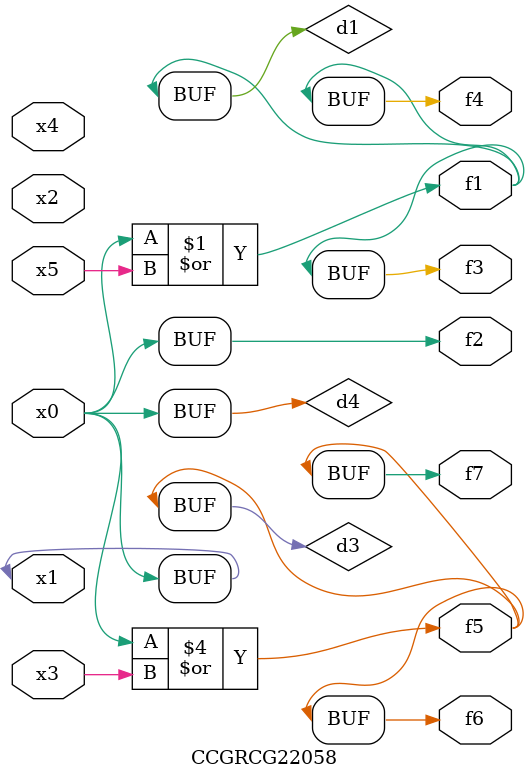
<source format=v>
module CCGRCG22058(
	input x0, x1, x2, x3, x4, x5,
	output f1, f2, f3, f4, f5, f6, f7
);

	wire d1, d2, d3, d4;

	or (d1, x0, x5);
	xnor (d2, x1, x4);
	or (d3, x0, x3);
	buf (d4, x0, x1);
	assign f1 = d1;
	assign f2 = d4;
	assign f3 = d1;
	assign f4 = d1;
	assign f5 = d3;
	assign f6 = d3;
	assign f7 = d3;
endmodule

</source>
